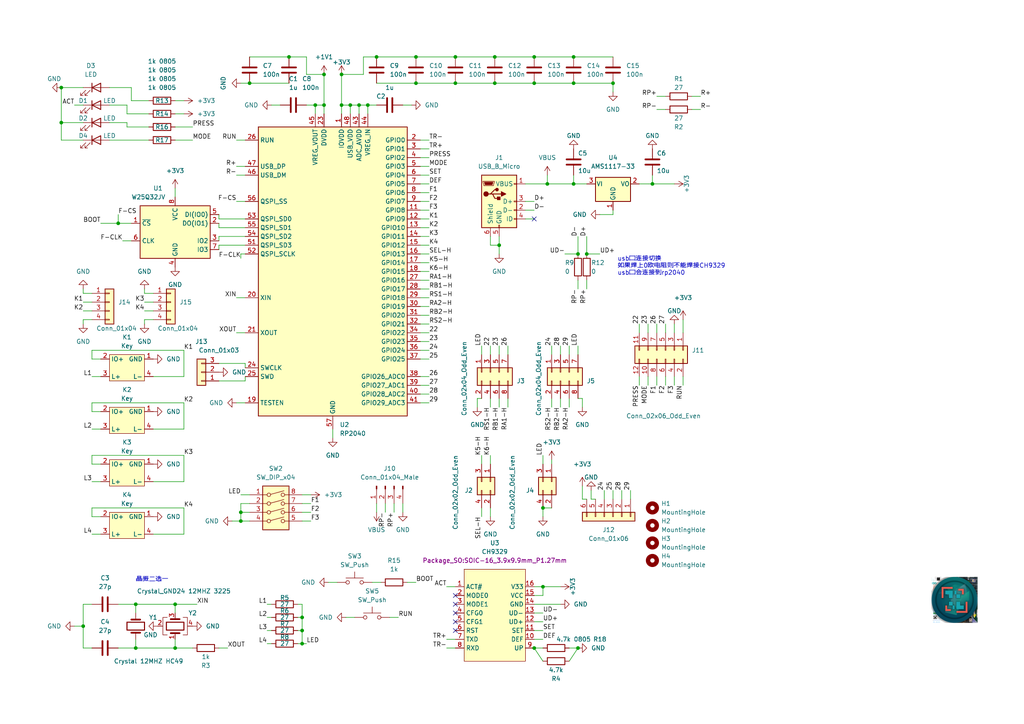
<source format=kicad_sch>
(kicad_sch (version 20211123) (generator eeschema)
  (paper "A4")
  (title_block (title "RKD-MicroUSB") (date "2023-01-30") (rev "35") (company "PCX-LK") (comment 1 "https://github.com/PCX-LK/RKD"))
  (junction (at 167.64 187.96))
  (junction (at 154.94 16.51))
  (junction (at 99.06 30.48))
  (junction (at 166.37 16.51))
  (junction (at 109.22 16.51))
  (junction (at 166.37 24.13))
  (junction (at 157.48 170.18))
  (junction (at 83.82 16.51))
  (junction (at 91.44 30.48))
  (junction (at 120.65 16.51))
  (junction (at 24.13 181.61))
  (junction (at 189.23 53.34))
  (junction (at 93.98 30.48))
  (junction (at 170.18 73.66))
  (junction (at 177.8 24.13))
  (junction (at 39.37 175.26))
  (junction (at 93.98 21.59))
  (junction (at 69.85 151.13))
  (junction (at 104.14 30.48))
  (junction (at 17.78 25.4))
  (junction (at 143.51 16.51))
  (junction (at 69.85 148.59))
  (junction (at 143.51 24.13))
  (junction (at 167.64 73.66))
  (junction (at 166.37 53.34))
  (junction (at 132.08 16.51))
  (junction (at 158.75 53.34))
  (junction (at 87.63 186.69))
  (junction (at 72.39 24.13))
  (junction (at 87.63 179.07))
  (junction (at 99.06 21.59))
  (junction (at 87.63 182.88))
  (junction (at 154.94 187.96))
  (junction (at 106.68 30.48))
  (junction (at 132.08 24.13))
  (junction (at 34.29 64.77))
  (junction (at 17.78 35.56))
  (junction (at 157.48 147.32))
  (junction (at 50.8 175.26))
  (junction (at 101.6 30.48))
  (junction (at 154.94 24.13))
  (junction (at 120.65 24.13))
  (junction (at 144.78 71.12))
  (junction (at 50.8 187.96))
  (junction (at 39.37 187.96))
  (no_connect (at 132.08 180.34))
  (no_connect (at 132.08 172.72))
  (no_connect (at 132.08 175.26))
  (no_connect (at 132.08 177.8))
  (no_connect (at 154.94 63.5))
  (no_connect (at 132.08 182.88))
  (wire (pts (xy 172.72 144.78) (xy 171.45 144.78)))
  (wire (pts (xy 29.21 149.86) (xy 26.67 149.86)))
  (wire (pts (xy 139.7 132.08) (xy 139.7 134.62)))
  (wire (pts (xy 109.22 146.05) (xy 109.22 148.59)))
  (wire (pts (xy 77.47 186.69) (xy 78.74 186.69)))
  (wire (pts (xy 144.78 115.57) (xy 144.78 118.11)))
  (wire (pts (xy 63.5 64.77) (xy 63.5 66.04)))
  (wire (pts (xy 121.92 60.96) (xy 124.46 60.96)))
  (wire (pts (xy 121.92 88.9) (xy 124.46 88.9)))
  (wire (pts (xy 143.51 16.51) (xy 154.94 16.51)))
  (wire (pts (xy 72.39 24.13) (xy 83.82 24.13)))
  (wire (pts (xy 87.63 143.51) (xy 90.17 143.51)))
  (wire (pts (xy 109.22 16.51) (xy 120.65 16.51)))
  (wire (pts (xy 166.37 24.13) (xy 177.8 24.13)))
  (wire (pts (xy 26.67 85.09) (xy 24.13 85.09)))
  (wire (pts (xy 26.67 104.14) (xy 26.67 101.6)))
  (wire (pts (xy 88.9 21.59) (xy 93.98 21.59)))
  (wire (pts (xy 63.5 105.41) (xy 71.12 105.41)))
  (wire (pts (xy 50.8 187.96) (xy 55.88 187.96)))
  (wire (pts (xy 177.8 62.23) (xy 173.99 62.23)))
  (wire (pts (xy 144.78 68.58) (xy 144.78 71.12)))
  (wire (pts (xy 86.36 182.88) (xy 87.63 182.88)))
  (wire (pts (xy 36.83 33.02) (xy 43.18 33.02)))
  (wire (pts (xy 53.34 154.94) (xy 44.45 154.94)))
  (wire (pts (xy 63.5 71.12) (xy 71.12 71.12)))
  (wire (pts (xy 67.31 151.13) (xy 69.85 151.13)))
  (wire (pts (xy 87.63 182.88) (xy 87.63 179.07)))
  (wire (pts (xy 36.83 30.48) (xy 36.83 33.02)))
  (wire (pts (xy 142.24 149.86) (xy 142.24 147.32)))
  (wire (pts (xy 121.92 71.12) (xy 124.46 71.12)))
  (wire (pts (xy 144.78 71.12) (xy 144.78 73.66)))
  (wire (pts (xy 166.37 16.51) (xy 177.8 16.51)))
  (wire (pts (xy 195.58 109.22) (xy 195.58 111.76)))
  (wire (pts (xy 154.94 177.8) (xy 157.48 177.8)))
  (wire (pts (xy 63.5 63.5) (xy 71.12 63.5)))
  (wire (pts (xy 68.58 86.36) (xy 71.12 86.36)))
  (wire (pts (xy 142.24 100.33) (xy 142.24 102.87)))
  (wire (pts (xy 109.22 30.48) (xy 106.68 30.48)))
  (wire (pts (xy 99.06 21.59) (xy 105.41 21.59)))
  (wire (pts (xy 17.78 40.64) (xy 24.13 40.64)))
  (wire (pts (xy 114.3 146.05) (xy 114.3 148.59)))
  (wire (pts (xy 53.34 101.6) (xy 53.34 109.22)))
  (wire (pts (xy 50.8 175.26) (xy 57.15 175.26)))
  (wire (pts (xy 53.34 132.08) (xy 53.34 139.7)))
  (wire (pts (xy 189.23 50.8) (xy 189.23 53.34)))
  (wire (pts (xy 105.41 21.59) (xy 105.41 16.51)))
  (wire (pts (xy 29.21 139.7) (xy 26.67 139.7)))
  (wire (pts (xy 157.48 147.32) (xy 160.02 147.32)))
  (wire (pts (xy 162.56 100.33) (xy 162.56 102.87)))
  (wire (pts (xy 29.21 109.22) (xy 26.67 109.22)))
  (wire (pts (xy 120.65 16.51) (xy 132.08 16.51)))
  (wire (pts (xy 147.32 100.33) (xy 147.32 102.87)))
  (wire (pts (xy 39.37 187.96) (xy 39.37 185.42)))
  (wire (pts (xy 162.56 170.18) (xy 157.48 170.18)))
  (wire (pts (xy 71.12 68.58) (xy 63.5 68.58)))
  (wire (pts (xy 29.21 134.62) (xy 26.67 134.62)))
  (wire (pts (xy 158.75 50.8) (xy 158.75 53.34)))
  (wire (pts (xy 71.12 73.66) (xy 69.85 73.66)))
  (wire (pts (xy 147.32 115.57) (xy 147.32 118.11)))
  (wire (pts (xy 17.78 35.56) (xy 17.78 40.64)))
  (wire (pts (xy 180.34 142.24) (xy 180.34 144.78)))
  (wire (pts (xy 63.5 187.96) (xy 66.04 187.96)))
  (wire (pts (xy 68.58 40.64) (xy 71.12 40.64)))
  (wire (pts (xy 86.36 175.26) (xy 87.63 175.26)))
  (wire (pts (xy 177.8 62.23) (xy 177.8 60.96)))
  (wire (pts (xy 182.88 142.24) (xy 182.88 144.78)))
  (wire (pts (xy 198.12 92.71) (xy 198.12 96.52)))
  (wire (pts (xy 26.67 92.71) (xy 24.13 92.71)))
  (wire (pts (xy 121.92 58.42) (xy 124.46 58.42)))
  (wire (pts (xy 162.56 115.57) (xy 162.56 118.11)))
  (wire (pts (xy 50.8 54.61) (xy 50.8 57.15)))
  (wire (pts (xy 121.92 48.26) (xy 124.46 48.26)))
  (wire (pts (xy 41.91 90.17) (xy 44.45 90.17)))
  (wire (pts (xy 152.4 60.96) (xy 154.94 60.96)))
  (wire (pts (xy 170.18 81.28) (xy 170.18 83.82)))
  (wire (pts (xy 106.68 30.48) (xy 106.68 33.02)))
  (wire (pts (xy 152.4 63.5) (xy 154.94 63.5)))
  (wire (pts (xy 41.91 92.71) (xy 41.91 93.98)))
  (wire (pts (xy 50.8 33.02) (xy 53.34 33.02)))
  (wire (pts (xy 83.82 16.51) (xy 88.9 16.51)))
  (wire (pts (xy 24.13 85.09) (xy 24.13 83.82)))
  (wire (pts (xy 111.76 146.05) (xy 111.76 148.59)))
  (wire (pts (xy 87.63 148.59) (xy 90.17 148.59)))
  (wire (pts (xy 63.5 66.04) (xy 71.12 66.04)))
  (wire (pts (xy 142.24 132.08) (xy 142.24 134.62)))
  (wire (pts (xy 44.45 92.71) (xy 41.91 92.71)))
  (wire (pts (xy 99.06 21.59) (xy 99.06 30.48)))
  (wire (pts (xy 69.85 146.05) (xy 69.85 148.59)))
  (wire (pts (xy 88.9 16.51) (xy 88.9 21.59)))
  (wire (pts (xy 87.63 175.26) (xy 87.63 179.07)))
  (wire (pts (xy 171.45 144.78) (xy 171.45 142.24)))
  (wire (pts (xy 26.67 119.38) (xy 26.67 116.84)))
  (wire (pts (xy 36.83 35.56) (xy 36.83 36.83)))
  (wire (pts (xy 104.14 30.48) (xy 106.68 30.48)))
  (wire (pts (xy 69.85 151.13) (xy 72.39 151.13)))
  (wire (pts (xy 24.13 30.48) (xy 21.59 30.48)))
  (wire (pts (xy 116.84 146.05) (xy 116.84 148.59)))
  (wire (pts (xy 121.92 116.84) (xy 124.46 116.84)))
  (wire (pts (xy 107.95 168.91) (xy 110.49 168.91)))
  (wire (pts (xy 121.92 55.88) (xy 124.46 55.88)))
  (wire (pts (xy 39.37 187.96) (xy 50.8 187.96)))
  (wire (pts (xy 87.63 186.69) (xy 88.9 186.69)))
  (wire (pts (xy 53.34 29.21) (xy 50.8 29.21)))
  (wire (pts (xy 121.92 45.72) (xy 124.46 45.72)))
  (wire (pts (xy 121.92 111.76) (xy 124.46 111.76)))
  (wire (pts (xy 63.5 63.5) (xy 63.5 62.23)))
  (wire (pts (xy 158.75 53.34) (xy 166.37 53.34)))
  (wire (pts (xy 154.94 175.26) (xy 162.56 175.26)))
  (wire (pts (xy 121.92 81.28) (xy 124.46 81.28)))
  (wire (pts (xy 168.91 140.97) (xy 168.91 144.78)))
  (wire (pts (xy 78.74 30.48) (xy 81.28 30.48)))
  (wire (pts (xy 69.85 73.66) (xy 69.85 74.93)))
  (wire (pts (xy 41.91 87.63) (xy 44.45 87.63)))
  (wire (pts (xy 17.78 35.56) (xy 24.13 35.56)))
  (wire (pts (xy 170.18 73.66) (xy 173.99 73.66)))
  (wire (pts (xy 53.34 139.7) (xy 44.45 139.7)))
  (wire (pts (xy 69.85 24.13) (xy 72.39 24.13)))
  (wire (pts (xy 93.98 21.59) (xy 93.98 30.48)))
  (wire (pts (xy 198.12 109.22) (xy 198.12 111.76)))
  (wire (pts (xy 26.67 101.6) (xy 53.34 101.6)))
  (wire (pts (xy 86.36 179.07) (xy 87.63 179.07)))
  (wire (pts (xy 129.54 170.18) (xy 132.08 170.18)))
  (wire (pts (xy 154.94 170.18) (xy 157.48 170.18)))
  (wire (pts (xy 190.5 109.22) (xy 190.5 111.76)))
  (wire (pts (xy 121.92 91.44) (xy 124.46 91.44)))
  (wire (pts (xy 157.48 149.86) (xy 157.48 147.32)))
  (wire (pts (xy 50.8 40.64) (xy 55.88 40.64)))
  (wire (pts (xy 29.21 64.77) (xy 34.29 64.77)))
  (wire (pts (xy 29.21 154.94) (xy 26.67 154.94)))
  (wire (pts (xy 129.54 185.42) (xy 132.08 185.42)))
  (wire (pts (xy 50.8 175.26) (xy 50.8 177.8)))
  (wire (pts (xy 71.12 109.22) (xy 71.12 110.49)))
  (wire (pts (xy 105.41 16.51) (xy 109.22 16.51)))
  (wire (pts (xy 200.66 27.94) (xy 203.2 27.94)))
  (wire (pts (xy 71.12 105.41) (xy 71.12 106.68)))
  (wire (pts (xy 96.52 124.46) (xy 96.52 127)))
  (wire (pts (xy 24.13 90.17) (xy 26.67 90.17)))
  (wire (pts (xy 132.08 24.13) (xy 143.51 24.13)))
  (wire (pts (xy 143.51 24.13) (xy 154.94 24.13)))
  (wire (pts (xy 104.14 30.48) (xy 104.14 33.02)))
  (wire (pts (xy 157.48 182.88) (xy 154.94 182.88)))
  (wire (pts (xy 185.42 93.98) (xy 185.42 96.52)))
  (wire (pts (xy 189.23 53.34) (xy 185.42 53.34)))
  (wire (pts (xy 129.54 187.96) (xy 132.08 187.96)))
  (wire (pts (xy 160.02 115.57) (xy 160.02 118.11)))
  (wire (pts (xy 101.6 30.48) (xy 104.14 30.48)))
  (wire (pts (xy 53.34 124.46) (xy 44.45 124.46)))
  (wire (pts (xy 165.1 115.57) (xy 165.1 118.11)))
  (wire (pts (xy 109.22 24.13) (xy 120.65 24.13)))
  (wire (pts (xy 31.75 30.48) (xy 36.83 30.48)))
  (wire (pts (xy 121.92 63.5) (xy 124.46 63.5)))
  (wire (pts (xy 154.94 187.96) (xy 157.48 191.77)))
  (wire (pts (xy 121.92 78.74) (xy 124.46 78.74)))
  (wire (pts (xy 121.92 99.06) (xy 124.46 99.06)))
  (wire (pts (xy 39.37 175.26) (xy 50.8 175.26)))
  (wire (pts (xy 157.48 132.08) (xy 157.48 134.62)))
  (wire (pts (xy 193.04 109.22) (xy 193.04 111.76)))
  (wire (pts (xy 63.5 72.39) (xy 63.5 71.12)))
  (wire (pts (xy 88.9 30.48) (xy 91.44 30.48)))
  (wire (pts (xy 165.1 191.77) (xy 167.64 187.96)))
  (wire (pts (xy 17.78 25.4) (xy 17.78 35.56)))
  (wire (pts (xy 87.63 146.05) (xy 90.17 146.05)))
  (wire (pts (xy 38.1 29.21) (xy 38.1 25.4)))
  (wire (pts (xy 177.8 142.24) (xy 177.8 144.78)))
  (wire (pts (xy 99.06 30.48) (xy 101.6 30.48)))
  (wire (pts (xy 200.66 31.75) (xy 203.2 31.75)))
  (wire (pts (xy 160.02 133.35) (xy 160.02 134.62)))
  (wire (pts (xy 121.92 83.82) (xy 124.46 83.82)))
  (wire (pts (xy 68.58 50.8) (xy 71.12 50.8)))
  (wire (pts (xy 154.94 187.96) (xy 157.48 187.96)))
  (wire (pts (xy 154.94 16.51) (xy 166.37 16.51)))
  (wire (pts (xy 177.8 24.13) (xy 177.8 26.67)))
  (wire (pts (xy 69.85 148.59) (xy 72.39 148.59)))
  (wire (pts (xy 154.94 185.42) (xy 157.48 185.42)))
  (wire (pts (xy 139.7 100.33) (xy 139.7 102.87)))
  (wire (pts (xy 24.13 175.26) (xy 24.13 181.61)))
  (wire (pts (xy 26.67 149.86) (xy 26.67 147.32)))
  (wire (pts (xy 163.83 73.66) (xy 167.64 73.66)))
  (wire (pts (xy 121.92 68.58) (xy 124.46 68.58)))
  (wire (pts (xy 187.96 93.98) (xy 187.96 96.52)))
  (wire (pts (xy 154.94 172.72) (xy 157.48 172.72)))
  (wire (pts (xy 26.67 175.26) (xy 24.13 175.26)))
  (wire (pts (xy 69.85 148.59) (xy 69.85 151.13)))
  (wire (pts (xy 121.92 101.6) (xy 124.46 101.6)))
  (wire (pts (xy 165.1 100.33) (xy 165.1 102.87)))
  (wire (pts (xy 113.03 179.07) (xy 115.57 179.07)))
  (wire (pts (xy 121.92 73.66) (xy 124.46 73.66)))
  (wire (pts (xy 31.75 35.56) (xy 36.83 35.56)))
  (wire (pts (xy 17.78 25.4) (xy 24.13 25.4)))
  (wire (pts (xy 39.37 175.26) (xy 39.37 177.8)))
  (wire (pts (xy 168.91 115.57) (xy 168.91 118.11)))
  (wire (pts (xy 132.08 16.51) (xy 143.51 16.51)))
  (wire (pts (xy 72.39 16.51) (xy 83.82 16.51)))
  (wire (pts (xy 170.18 68.58) (xy 170.18 73.66)))
  (wire (pts (xy 77.47 179.07) (xy 78.74 179.07)))
  (wire (pts (xy 34.29 64.77) (xy 38.1 64.77)))
  (wire (pts (xy 68.58 96.52) (xy 71.12 96.52)))
  (wire (pts (xy 167.64 68.58) (xy 167.64 73.66)))
  (wire (pts (xy 91.44 30.48) (xy 91.44 33.02)))
  (wire (pts (xy 99.06 33.02) (xy 99.06 30.48)))
  (wire (pts (xy 142.24 115.57) (xy 142.24 118.11)))
  (wire (pts (xy 36.83 36.83) (xy 43.18 36.83)))
  (wire (pts (xy 41.91 83.82) (xy 41.91 85.09)))
  (wire (pts (xy 87.63 186.69) (xy 87.63 182.88)))
  (wire (pts (xy 167.64 81.28) (xy 167.64 83.82)))
  (wire (pts (xy 26.67 147.32) (xy 53.34 147.32)))
  (wire (pts (xy 95.25 168.91) (xy 97.79 168.91)))
  (wire (pts (xy 53.34 116.84) (xy 53.34 124.46)))
  (wire (pts (xy 121.92 43.18) (xy 124.46 43.18)))
  (wire (pts (xy 69.85 146.05) (xy 72.39 146.05)))
  (wire (pts (xy 21.59 181.61) (xy 24.13 181.61)))
  (wire (pts (xy 167.64 115.57) (xy 168.91 115.57)))
  (wire (pts (xy 77.47 175.26) (xy 78.74 175.26)))
  (wire (pts (xy 63.5 110.49) (xy 71.12 110.49)))
  (wire (pts (xy 139.7 115.57) (xy 138.43 115.57)))
  (wire (pts (xy 86.36 186.69) (xy 87.63 186.69)))
  (wire (pts (xy 121.92 93.98) (xy 124.46 93.98)))
  (wire (pts (xy 121.92 76.2) (xy 124.46 76.2)))
  (wire (pts (xy 34.29 62.23) (xy 34.29 64.77)))
  (wire (pts (xy 142.24 71.12) (xy 144.78 71.12)))
  (wire (pts (xy 120.65 24.13) (xy 132.08 24.13)))
  (wire (pts (xy 34.29 187.96) (xy 39.37 187.96)))
  (wire (pts (xy 35.56 69.85) (xy 38.1 69.85)))
  (wire (pts (xy 121.92 40.64) (xy 124.46 40.64)))
  (wire (pts (xy 77.47 182.88) (xy 78.74 182.88)))
  (wire (pts (xy 53.34 147.32) (xy 53.34 154.94)))
  (wire (pts (xy 139.7 149.86) (xy 139.7 147.32)))
  (wire (pts (xy 142.24 68.58) (xy 142.24 71.12)))
  (wire (pts (xy 187.96 109.22) (xy 187.96 111.76)))
  (wire (pts (xy 154.94 24.13) (xy 166.37 24.13)))
  (wire (pts (xy 154.94 180.34) (xy 157.48 180.34)))
  (wire (pts (xy 121.92 50.8) (xy 124.46 50.8)))
  (wire (pts (xy 43.18 29.21) (xy 38.1 29.21)))
  (wire (pts (xy 29.21 119.38) (xy 26.67 119.38)))
  (wire (pts (xy 69.85 143.51) (xy 72.39 143.51)))
  (wire (pts (xy 157.48 172.72) (xy 157.48 170.18)))
  (wire (pts (xy 185.42 109.22) (xy 185.42 111.76)))
  (wire (pts (xy 189.23 53.34) (xy 195.58 53.34)))
  (wire (pts (xy 29.21 104.14) (xy 26.67 104.14)))
  (wire (pts (xy 50.8 36.83) (xy 55.88 36.83)))
  (wire (pts (xy 190.5 31.75) (xy 193.04 31.75)))
  (wire (pts (xy 121.92 109.22) (xy 124.46 109.22)))
  (wire (pts (xy 24.13 87.63) (xy 26.67 87.63)))
  (wire (pts (xy 63.5 68.58) (xy 63.5 69.85)))
  (wire (pts (xy 168.91 144.78) (xy 170.18 144.78)))
  (wire (pts (xy 144.78 100.33) (xy 144.78 102.87)))
  (wire (pts (xy 118.11 168.91) (xy 120.65 168.91)))
  (wire (pts (xy 24.13 181.61) (xy 24.13 187.96)))
  (wire (pts (xy 31.75 25.4) (xy 38.1 25.4)))
  (wire (pts (xy 24.13 92.71) (xy 24.13 93.98)))
  (wire (pts (xy 166.37 50.8) (xy 166.37 53.34)))
  (wire (pts (xy 193.04 93.98) (xy 193.04 96.52)))
  (wire (pts (xy 190.5 27.94) (xy 193.04 27.94)))
  (wire (pts (xy 190.5 93.98) (xy 190.5 96.52)))
  (wire (pts (xy 165.1 187.96) (xy 167.64 187.96)))
  (wire (pts (xy 121.92 114.3) (xy 124.46 114.3)))
  (wire (pts (xy 195.58 93.98) (xy 195.58 96.52)))
  (wire (pts (xy 166.37 53.34) (xy 170.18 53.34)))
  (wire (pts (xy 93.98 33.02) (xy 93.98 30.48)))
  (wire (pts (xy 160.02 100.33) (xy 160.02 102.87)))
  (wire (pts (xy 34.29 175.26) (xy 39.37 175.26)))
  (wire (pts (xy 121.92 66.04) (xy 124.46 66.04)))
  (wire (pts (xy 116.84 30.48) (xy 119.38 30.48)))
  (wire (pts (xy 101.6 30.48) (xy 101.6 33.02)))
  (wire (pts (xy 68.58 48.26) (xy 71.12 48.26)))
  (wire (pts (xy 50.8 185.42) (xy 50.8 187.96)))
  (wire (pts (xy 138.43 115.57) (xy 138.43 118.11)))
  (wire (pts (xy 152.4 58.42) (xy 154.94 58.42)))
  (wire (pts (xy 68.58 116.84) (xy 71.12 116.84)))
  (wire (pts (xy 93.98 30.48) (xy 91.44 30.48)))
  (wire (pts (xy 41.91 85.09) (xy 44.45 85.09)))
  (wire (pts (xy 121.92 96.52) (xy 124.46 96.52)))
  (wire (pts (xy 87.63 151.13) (xy 90.17 151.13)))
  (wire (pts (xy 26.67 132.08) (xy 53.34 132.08)))
  (wire (pts (xy 26.67 134.62) (xy 26.67 132.08)))
  (wire (pts (xy 31.75 40.64) (xy 43.18 40.64)))
  (wire (pts (xy 29.21 124.46) (xy 26.67 124.46)))
  (wire (pts (xy 167.64 100.33) (xy 167.64 102.87)))
  (wire (pts (xy 26.67 116.84) (xy 53.34 116.84)))
  (wire (pts (xy 121.92 104.14) (xy 124.46 104.14)))
  (wire (pts (xy 68.58 58.42) (xy 71.12 58.42)))
  (wire (pts (xy 152.4 53.34) (xy 158.75 53.34)))
  (wire (pts (xy 121.92 53.34) (xy 124.46 53.34)))
  (wire (pts (xy 24.13 187.96) (xy 26.67 187.96)))
  (wire (pts (xy 100.33 179.07) (xy 102.87 179.07)))
  (wire (pts (xy 121.92 86.36) (xy 124.46 86.36)))
  (wire (pts (xy 175.26 142.24) (xy 175.26 144.78)))
  (wire (pts (xy 53.34 109.22) (xy 44.45 109.22)))
  (image (at 276.86 173.99) (scale 0.145832))
  (text "usb口连接切换\n如果焊上0欧电阻则不能焊接CH9329\nusb口会连接到rp2040" (at 179.07 80.01 0) (effects (font (size 1.27 1.27)) (justify left bottom)))
  (text "晶振二选一" (at 39.37 168.91 0) (effects (font (size 1.27 1.27)) (justify left bottom)))
  (label "RUN" (at 68.58 40.64 180))
  (label "22" (at 142.24 100.33 90))
  (label "L3" (at 77.47 182.88 180))
  (label "R-" (at 203.2 31.75 0))
  (label "24" (at 175.26 142.24 90))
  (label "BOOT" (at 29.21 64.77 180))
  (label "RB2-H" (at 162.56 118.11 270))
  (label "29" (at 165.1 100.33 90))
  (label "UD+" (at 173.99 73.66 0))
  (label "PRESS" (at 55.88 36.83 0))
  (label "RS2-H" (at 160.02 118.11 270))
  (label "K4" (at 41.91 90.17 180))
  (label "F1" (at 124.46 55.88 0))
  (label "RP+" (at 190.5 27.94 180))
  (label "22" (at 185.42 93.98 90))
  (label "25" (at 124.46 104.14 0))
  (label "R-" (at 68.58 50.8 180))
  (label "RA2-H" (at 124.46 88.9 0))
  (label "K6-H" (at 142.24 132.08 90))
  (label "RA1-H" (at 124.46 81.28 0))
  (label "F1" (at 90.17 146.05 0))
  (label "K2" (at 124.46 66.04 0))
  (label "27" (at 193.04 93.98 90))
  (label "L2" (at 77.47 179.07 180))
  (label "PRESS" (at 124.46 45.72 0))
  (label "RP-" (at 111.76 148.59 270))
  (label "28" (at 162.56 100.33 90))
  (label "RP+" (at 170.18 83.82 270))
  (label "UD-" (at 163.83 73.66 180))
  (label "LED" (at 88.9 186.69 0))
  (label "RP+" (at 114.3 148.59 270))
  (label "24" (at 160.02 100.33 90))
  (label "TR+" (at 124.46 43.18 0))
  (label "22" (at 124.46 96.52 0))
  (label "RB1-H" (at 124.46 83.82 0))
  (label "F-CS" (at 68.58 58.42 180))
  (label "RA1-H" (at 147.32 118.11 270))
  (label "BOOT" (at 120.65 168.91 0))
  (label "28" (at 124.46 114.3 0))
  (label "LED" (at 139.7 100.33 90))
  (label "K4" (at 53.34 147.32 0))
  (label "UD+" (at 157.48 180.34 0))
  (label "R+" (at 203.2 27.94 0))
  (label "XOUT" (at 68.58 96.52 180))
  (label "K3" (at 53.34 132.08 0))
  (label "26" (at 124.46 109.22 0))
  (label "F3" (at 124.46 60.96 0))
  (label "K5-H" (at 139.7 132.08 90))
  (label "RB1-H" (at 144.78 118.11 270))
  (label "K3" (at 41.91 87.63 180))
  (label "24" (at 124.46 101.6 0))
  (label "PRESS" (at 185.42 111.76 270))
  (label "RS1-H" (at 142.24 118.11 270))
  (label "SEL-H" (at 139.7 149.86 270))
  (label "L3" (at 26.67 139.7 180))
  (label "28" (at 180.34 142.24 90))
  (label "L4" (at 26.67 154.94 180))
  (label "27" (at 124.46 111.76 0))
  (label "F-CLK" (at 69.85 74.93 180))
  (label "29" (at 182.88 142.24 90))
  (label "23" (at 144.78 100.33 90))
  (label "XIN" (at 57.15 175.26 0))
  (label "K2" (at 53.34 116.84 0))
  (label "25" (at 177.8 142.24 90))
  (label "D+" (at 154.94 58.42 0))
  (label "DEF" (at 124.46 53.34 0))
  (label "K4" (at 124.46 71.12 0))
  (label "R+" (at 68.58 48.26 180))
  (label "F1" (at 190.5 111.76 270))
  (label "RS1-H" (at 124.46 86.36 0))
  (label "MODE" (at 187.96 111.76 270))
  (label "LED" (at 167.64 100.33 90))
  (label "SET" (at 157.48 182.88 0))
  (label "UD-" (at 157.48 177.8 0))
  (label "K1" (at 124.46 63.5 0))
  (label "F-CLK" (at 35.56 69.85 180))
  (label "26" (at 147.32 100.33 90))
  (label "SEL-H" (at 124.46 73.66 0))
  (label "DEF" (at 157.48 185.42 0))
  (label "TR-" (at 129.54 187.96 180))
  (label "23" (at 187.96 93.98 90))
  (label "XOUT" (at 66.04 187.96 0))
  (label "F-CS" (at 34.29 62.23 0))
  (label "MODE" (at 124.46 48.26 0))
  (label "F2" (at 193.04 111.76 270))
  (label "K5-H" (at 124.46 76.2 0))
  (label "F3" (at 195.58 111.76 270))
  (label "F2" (at 124.46 58.42 0))
  (label "MODE" (at 55.88 40.64 0))
  (label "K3" (at 124.46 68.58 0))
  (label "K2" (at 24.13 90.17 180))
  (label "ACT" (at 129.54 170.18 180))
  (label "RS2-H" (at 124.46 93.98 0))
  (label "D-" (at 154.94 60.96 0))
  (label "TR-" (at 124.46 40.64 0))
  (label "RP-" (at 190.5 31.75 180))
  (label "29" (at 124.46 116.84 0))
  (label "SET" (at 124.46 50.8 0))
  (label "L1" (at 26.67 109.22 180))
  (label "F3" (at 90.17 151.13 0))
  (label "RP-" (at 167.64 83.82 270))
  (label "K1" (at 24.13 87.63 180))
  (label "L2" (at 26.67 124.46 180))
  (label "RB2-H" (at 124.46 91.44 0))
  (label "23" (at 124.46 99.06 0))
  (label "K6-H" (at 124.46 78.74 0))
  (label "D+" (at 170.18 68.58 90))
  (label "L1" (at 77.47 175.26 180))
  (label "LED" (at 157.48 132.08 90))
  (label "D-" (at 167.64 68.58 90))
  (label "F2" (at 90.17 148.59 0))
  (label "L4" (at 77.47 186.69 180))
  (label "RUN" (at 115.57 179.07 0))
  (label "XIN" (at 68.58 86.36 180))
  (label "26" (at 190.5 93.98 90))
  (label "LED" (at 69.85 143.51 180))
  (label "RA2-H" (at 165.1 118.11 270))
  (label "TR+" (at 129.54 185.42 180))
  (label "RUN" (at 198.12 111.76 270))
  (label "K1" (at 53.34 101.6 0))
  (label "ACT" (at 21.59 30.48 180))
  (symbol (lib_id "Device:R") (at 196.85 31.75 270) (unit 1)
    (property "Reference" "R2" (at 196.85 36.83 90))
    (property "Value" "27" (at 196.85 34.29 90))
    (property "Footprint" "Resistor_SMD:R_0805_2012Metric" (effects hide))
  )
  (symbol (lib_id "power:+1V1") (at 93.98 21.59 0) (unit 1)
    (property "Reference" "#PWR0109" (effects hide))
    (property "Value" "+1V1" (at 93.98 16.51 0))
  )
  (symbol (lib_id "power:+3V3") (at 53.34 29.21 270) (unit 1)
    (property "Reference" "#PWR04" (effects hide))
    (property "Value" "+3V3" (at 57.15 29.2101 90) (effects (justify left)))
  )
  (symbol (lib_id "power:GND") (at 44.45 149.86 90) (mirror x) (unit 1)
    (property "Reference" "#PWR0128" (effects hide))
    (property "Value" "GND" (at 48.26 149.8599 90) (effects (justify right)))
  )
  (symbol (lib_id "power:GND") (at 167.64 187.96 90) (unit 1)
    (property "Reference" "#PWR0114" (effects hide))
    (property "Value" "GND" (at 171.45 187.9599 90) (effects (justify right)))
  )
  (symbol (lib_id "Device:R") (at 46.99 29.21 90) (unit 1)
    (property "Reference" "R13" (at 46.99 29.21 90))
    (property "Value" "1k 0805" (at 46.99 17.78 90))
    (property "Footprint" "Resistor_SMD:R_0805_2012Metric" (effects hide))
  )
  (symbol (lib_id "Connector:USB_B_Micro") (at 144.78 58.42 0) (unit 1)
    (property "Reference" "J1" (at 144.78 45.72 0))
    (property "Value" "USB_B_Micro" (at 144.78 48.26 0))
    (property "Footprint" "foot:MICRO-USB-SMD_MICRO-4P-DIP-JB" (effects hide))
  )
  (symbol (lib_id "Device:C") (at 83.82 20.32 180) (unit 1)
    (property "Reference" "C8" (at 87.63 22.86 0) (effects (justify right)))
    (property "Value" "100n" (at 87.63 25.4 0) (effects (justify right)))
    (property "Footprint" "Capacitor_SMD:C_0805_2012Metric" (effects hide))
  )
  (symbol (lib_id "Switch:SW_Push") (at 107.95 179.07 0) (unit 1)
    (property "Reference" "SW5" (at 107.95 171.45 0))
    (property "Value" "SW_Push" (at 107.95 173.99 0))
    (property "Footprint" "Button_Switch_SMD:SW_Push_1P1T_NO_6x6mm_H9.5mm" (effects hide))
  )
  (symbol (lib_id "Device:R") (at 114.3 168.91 90) (unit 1)
    (property "Reference" "R15" (at 114.3 162.56 90))
    (property "Value" "1k" (at 114.3 165.1 90))
    (property "Footprint" "Resistor_SMD:R_0805_2012Metric" (effects hide))
  )
  (symbol (lib_id "Mechanical:MountingHole") (at 189.23 147.32 0) (unit 1)
    (property "Reference" "H1" (at 191.77 146.0499 0) (effects (justify left)))
    (property "Value" "MountingHole" (at 191.77 148.5899 0) (effects (justify left)))
    (property "Footprint" "foot:HO" (effects hide))
  )
  (symbol (lib_id "power:GND") (at 95.25 168.91 270) (unit 1)
    (property "Reference" "#PWR0141" (effects hide))
    (property "Value" "GND" (at 91.44 168.9099 90) (effects (justify right)))
  )
  (symbol (lib_id "Connector_Generic:Conn_01x06") (at 177.8 149.86 270) (unit 1)
    (property "Reference" "J12" (at 176.53 153.67 90))
    (property "Value" "Conn_01x06" (at 176.53 156.21 90))
    (property "Footprint" "Connector_PinHeader_2.54mm:PinHeader_1x06_P2.54mm_Vertical" (effects hide))
  )
  (symbol (lib_id "power:+3V3") (at 99.06 21.59 0) (unit 1)
    (property "Reference" "#PWR0110" (effects hide))
    (property "Value" "+3V3" (at 99.06 18.034 0))
  )
  (symbol (lib_name "Key_3") (lib_id "Key:Key") (at 36.83 152.4 0) (unit 1)
    (property "Reference" "K4" (at 36.83 143.51 0))
    (property "Value" "Key" (at 36.83 146.05 0))
    (property "Footprint" "foot:Key" (effects hide))
  )
  (symbol (lib_id "Device:C") (at 30.48 175.26 90) (unit 1)
    (property "Reference" "C3" (at 30.48 167.64 90))
    (property "Value" "27p" (at 30.48 170.18 90))
    (property "Footprint" "Capacitor_SMD:C_0805_2012Metric" (effects hide))
  )
  (symbol (lib_id "power:GND") (at 50.8 77.47 0) (unit 1)
    (property "Reference" "#PWR0107" (effects hide))
    (property "Value" "GND" (at 50.8 82.55 0))
  )
  (symbol (lib_id "Device:C") (at 109.22 20.32 0) (unit 1)
    (property "Reference" "C9" (at 113.03 19.0499 0) (effects (justify left)))
    (property "Value" "100n" (at 113.03 21.5899 0) (effects (justify left)))
    (property "Footprint" "Capacitor_SMD:C_0805_2012Metric" (effects hide))
  )
  (symbol (lib_id "power:GND") (at 166.37 43.18 0) (mirror x) (unit 1)
    (property "Reference" "#PWR0102" (effects hide))
    (property "Value" "GND" (at 166.37 39.37 0))
  )
  (symbol (lib_id "power:+3V3") (at 160.02 133.35 0) (mirror y) (unit 1)
    (property "Reference" "#PWR0129" (effects hide))
    (property "Value" "+3V3" (at 160.02 128.27 0))
  )
  (symbol (lib_id "power:+3V3") (at 53.34 33.02 270) (unit 1)
    (property "Reference" "#PWR0122" (effects hide))
    (property "Value" "+3V3" (at 57.15 33.0201 90) (effects (justify left)))
  )
  (symbol (lib_id "Device:LED") (at 27.94 30.48 0) (unit 1)
    (property "Reference" "D1" (at 24.13 29.21 0))
    (property "Value" "LED" (at 31.75 29.21 0))
    (property "Footprint" "foot:L1206" (effects hide))
  )
  (symbol (lib_name "Key_3") (lib_id "Key:Key") (at 36.83 137.16 0) (unit 1)
    (property "Reference" "K3" (at 36.83 128.27 0))
    (property "Value" "Key" (at 36.83 130.81 0))
    (property "Footprint" "foot:Key" (effects hide))
  )
  (symbol (lib_id "Memory_Flash:W25Q32JVSS") (at 50.8 67.31 0) (unit 1)
    (property "Reference" "U1" (at 44.45 54.61 0) (effects (justify left)))
    (property "Value" "W25Q32JV" (at 38.1 57.15 0) (effects (justify left)))
    (property "Footprint" "Package_SO:SOIC-8_5.23x5.23mm_P1.27mm" (effects hide))
    (property "Datasheet" "http://www.winbond.com/resource-files/w25q32jv%20revg%2003272018%20plus.pdf" (effects hide))
  )
  (symbol (lib_id "power:GND") (at 177.8 26.67 0) (unit 1)
    (property "Reference" "#PWR0121" (effects hide))
    (property "Value" "GND" (at 177.8 31.75 0))
  )
  (symbol (lib_id "power:GND") (at 138.43 118.11 0) (unit 1)
    (property "Reference" "#PWR0124" (effects hide))
    (property "Value" "GND" (at 138.43 123.19 0))
  )
  (symbol (lib_id "power:GND") (at 96.52 127 0) (unit 1)
    (property "Reference" "#PWR0119" (effects hide))
    (property "Value" "GND" (at 96.52 132.08 0))
  )
  (symbol (lib_id "power:GND") (at 41.91 93.98 0) (unit 1)
    (property "Reference" "#PWR08" (effects hide))
    (property "Value" "GND" (at 41.91 99.06 0))
  )
  (symbol (lib_id "power:+3V3") (at 198.12 92.71 0) (unit 1)
    (property "Reference" "#PWR0125" (effects hide))
    (property "Value" "+3V3" (at 198.12 86.36 0))
  )
  (symbol (lib_id "Mechanical:MountingHole") (at 189.23 162.56 0) (unit 1)
    (property "Reference" "H4" (at 191.77 161.2899 0) (effects (justify left)))
    (property "Value" "MountingHole" (at 191.77 163.8299 0) (effects (justify left)))
    (property "Footprint" "foot:HO" (effects hide))
  )
  (symbol (lib_id "power:GND") (at 144.78 73.66 0) (unit 1)
    (property "Reference" "#PWR0104" (effects hide))
    (property "Value" "GND" (at 144.78 78.74 0))
  )
  (symbol (lib_id "Connector:Conn_01x04_Male") (at 111.76 140.97 90) (mirror x) (unit 1)
    (property "Reference" "J10" (at 113.03 135.89 90))
    (property "Value" "Conn_01x04_Male" (at 113.03 138.43 90))
    (property "Footprint" "foot:XH-7mm" (effects hide))
  )
  (symbol (lib_name "Key_3") (lib_id "Key:Key") (at 36.83 121.92 0) (unit 1)
    (property "Reference" "K2" (at 36.83 113.03 0))
    (property "Value" "Key" (at 36.83 115.57 0))
    (property "Footprint" "foot:Key" (effects hide))
  )
  (symbol (lib_id "power:GND") (at 195.58 93.98 180) (unit 1)
    (property "Reference" "#PWR0136" (effects hide))
    (property "Value" "GND" (at 195.58 90.17 0))
  )
  (symbol (lib_id "Device:C") (at 113.03 30.48 90) (unit 1)
    (property "Reference" "C2" (at 110.49 27.94 90))
    (property "Value" "1u" (at 113.03 25.4 90))
    (property "Footprint" "Capacitor_SMD:C_0805_2012Metric" (effects hide))
  )
  (symbol (lib_id "power:GND") (at 189.23 43.18 0) (mirror x) (unit 1)
    (property "Reference" "#PWR0105" (effects hide))
    (property "Value" "GND" (at 189.23 39.37 0))
  )
  (symbol (lib_id "MCU_RaspberryPi:RP2040") (at 96.52 78.74 0) (unit 1)
    (property "Reference" "U2" (at 98.5394 123.19 0) (effects (justify left)))
    (property "Value" "RP2040" (at 98.5394 125.73 0) (effects (justify left)))
    (property "Footprint" "foot:RP2040-QFN-56" (effects hide))
    (property "Datasheet" "https://datasheets.raspberrypi.com/rp2040/rp2040-datasheet.pdf" (effects hide))
  )
  (symbol (lib_id "Device:R") (at 161.29 187.96 90) (unit 1)
    (property "Reference" "R18" (at 173.99 185.42 90))
    (property "Value" "4.7k 0805" (at 166.37 185.42 90))
    (property "Footprint" "Resistor_SMD:R_0805_2012Metric" (effects hide))
  )
  (symbol (lib_id "power:GND") (at 157.48 149.86 0) (unit 1)
    (property "Reference" "#PWR0133" (effects hide))
    (property "Value" "GND" (at 157.48 154.94 0))
  )
  (symbol (lib_id "Switch:SW_Push") (at 102.87 168.91 0) (unit 1)
    (property "Reference" "SW3" (at 102.87 161.29 0))
    (property "Value" "SW_Push" (at 102.87 163.83 0))
    (property "Footprint" "Button_Switch_SMD:SW_Push_1P1T_NO_6x6mm_H9.5mm" (effects hide))
  )
  (symbol (lib_id "Device:C") (at 189.23 46.99 180) (unit 1)
    (property "Reference" "C6" (at 190.5 44.45 0) (effects (justify right)))
    (property "Value" "10u" (at 190.5 49.53 0) (effects (justify right)))
    (property "Footprint" "Capacitor_SMD:C_0805_2012Metric" (effects hide))
  )
  (symbol (lib_id "ch9329:CH9329") (at 143.51 177.8 0) (unit 1)
    (property "Reference" "U3" (at 143.51 157.48 0))
    (property "Value" "CH9329" (at 143.51 160.02 0))
    (property "Footprint" "Package_SO:SOIC-16_3.9x9.9mm_P1.27mm" (at 143.51 162.56 0))
  )
  (symbol (lib_id "Device:C") (at 166.37 46.99 180) (unit 1)
    (property "Reference" "C5" (at 167.64 44.45 0) (effects (justify right)))
    (property "Value" "10u" (at 167.64 49.53 0) (effects (justify right)))
    (property "Footprint" "Capacitor_SMD:C_0805_2012Metric" (effects hide))
  )
  (symbol (lib_id "power:+3V3") (at 50.8 54.61 0) (unit 1)
    (property "Reference" "#PWR01" (effects hide))
    (property "Value" "+3V3" (at 50.8 49.53 0))
  )
  (symbol (lib_id "Device:C") (at 143.51 20.32 0) (unit 1)
    (property "Reference" "C12" (at 147.32 19.0499 0) (effects (justify left)))
    (property "Value" "100n" (at 147.32 21.5899 0) (effects (justify left)))
    (property "Footprint" "Capacitor_SMD:C_0805_2012Metric" (effects hide))
  )
  (symbol (lib_id "Device:C") (at 166.37 20.32 0) (unit 1)
    (property "Reference" "C14" (at 170.18 19.0499 0) (effects (justify left)))
    (property "Value" "100n" (at 170.18 21.5899 0) (effects (justify left)))
    (property "Footprint" "Capacitor_SMD:C_0805_2012Metric" (effects hide))
  )
  (symbol (lib_id "Device:C") (at 177.8 20.32 0) (unit 1)
    (property "Reference" "C15" (at 181.61 19.0499 0) (effects (justify left)))
    (property "Value" "100n" (at 181.61 21.5899 0) (effects (justify left)))
    (property "Footprint" "Capacitor_SMD:C_0805_2012Metric" (effects hide))
  )
  (symbol (lib_id "Switch:SW_DIP_x04") (at 80.01 148.59 0) (unit 1)
    (property "Reference" "SW2" (at 80.01 135.89 0))
    (property "Value" "SW_DIP_x04" (at 80.01 138.43 0))
    (property "Footprint" "Button_Switch_THT:SW_DIP_SPSTx04_Slide_9.78x12.34mm_W7.62mm_P2.54mm" (effects hide))
  )
  (symbol (lib_id "power:GND") (at 21.59 181.61 270) (unit 1)
    (property "Reference" "#PWR0120" (effects hide))
    (property "Value" "GND" (at 17.78 181.6099 90) (effects (justify right)))
  )
  (symbol (lib_id "power:GND") (at 173.99 62.23 270) (unit 1)
    (property "Reference" "#PWR0101" (effects hide))
    (property "Value" "GND" (at 170.18 62.2299 90) (effects (justify right)))
  )
  (symbol (lib_id "Connector_Generic:Conn_01x04") (at 31.75 87.63 0) (unit 1)
    (property "Reference" "J14" (at 34.29 87.6299 0) (effects (justify left)))
    (property "Value" "Conn_01x04" (at 27.94 95.25 0) (effects (justify left)))
    (property "Footprint" "Connector_PinHeader_2.54mm:PinHeader_1x04_P2.54mm_Vertical" (effects hide))
  )
  (symbol (lib_id "Device:LED") (at 27.94 35.56 0) (unit 1)
    (property "Reference" "D2" (at 24.13 34.29 0))
    (property "Value" "LED" (at 31.75 34.29 0))
    (property "Footprint" "foot:L1206" (effects hide))
  )
  (symbol (lib_id "power:GND") (at 78.74 30.48 270) (unit 1)
    (property "Reference" "#PWR0112" (effects hide))
    (property "Value" "GND" (at 74.93 30.4799 90) (effects (justify right)))
  )
  (symbol (lib_id "power:GND") (at 162.56 175.26 90) (unit 1)
    (property "Reference" "#PWR0115" (effects hide))
    (property "Value" "GND" (at 166.37 175.2599 90) (effects (justify right)))
  )
  (symbol (lib_id "power:GND") (at 171.45 142.24 180) (unit 1)
    (property "Reference" "#PWR0137" (effects hide))
    (property "Value" "GND" (at 171.45 138.43 0))
  )
  (symbol (lib_id "Device:C") (at 132.08 20.32 0) (unit 1)
    (property "Reference" "C11" (at 135.89 19.0499 0) (effects (justify left)))
    (property "Value" "100n" (at 135.89 21.5899 0) (effects (justify left)))
    (property "Footprint" "Capacitor_SMD:C_0805_2012Metric" (effects hide))
  )
  (symbol (lib_id "power:GND") (at 44.45 134.62 90) (mirror x) (unit 1)
    (property "Reference" "#PWR0127" (effects hide))
    (property "Value" "GND" (at 48.26 134.6199 90) (effects (justify right)))
  )
  (symbol (lib_id "Connector_Generic:Conn_01x03") (at 58.42 107.95 180) (unit 1)
    (property "Reference" "J13" (at 58.42 99.06 0))
    (property "Value" "Conn_01x03" (at 63.5 101.6 0))
    (property "Footprint" "Connector_PinHeader_2.54mm:PinHeader_1x03_P2.54mm_Vertical" (effects hide))
  )
  (symbol (lib_id "Mechanical:MountingHole") (at 189.23 152.4 0) (unit 1)
    (property "Reference" "H2" (at 191.77 151.1299 0) (effects (justify left)))
    (property "Value" "MountingHole" (at 191.77 153.6699 0) (effects (justify left)))
    (property "Footprint" "foot:HO" (effects hide))
  )
  (symbol (lib_id "power:GND") (at 68.58 116.84 270) (unit 1)
    (property "Reference" "#PWR0111" (effects hide))
    (property "Value" "GND" (at 64.77 116.8399 90) (effects (justify right)))
  )
  (symbol (lib_id "Device:R") (at 82.55 182.88 90) (unit 1)
    (property "Reference" "R7" (at 82.55 180.975 90))
    (property "Value" "27" (at 82.55 182.88 90))
    (property "Footprint" "Resistor_SMD:R_0805_2012Metric" (effects hide))
  )
  (symbol (lib_id "power:VBUS") (at 158.75 50.8 0) (unit 1)
    (property "Reference" "#PWR0103" (effects hide))
    (property "Value" "VBUS" (at 158.75 45.72 0))
  )
  (symbol (lib_id "Device:LED") (at 27.94 40.64 0) (unit 1)
    (property "Reference" "D4" (at 24.13 39.37 0))
    (property "Value" "LED" (at 31.75 39.37 0))
    (property "Footprint" "foot:L1206" (effects hide))
  )
  (symbol (lib_id "Device:R") (at 82.55 186.69 90) (unit 1)
    (property "Reference" "R8" (at 82.55 184.785 90))
    (property "Value" "27" (at 82.55 186.69 90))
    (property "Footprint" "Resistor_SMD:R_0805_2012Metric" (effects hide))
  )
  (symbol (lib_id "Device:R") (at 196.85 27.94 90) (unit 1)
    (property "Reference" "R1" (at 196.85 22.86 90))
    (property "Value" "27" (at 196.85 25.4 90))
    (property "Footprint" "Resistor_SMD:R_0805_2012Metric" (effects hide))
  )
  (symbol (lib_id "Connector_Generic:Conn_02x02_Odd_Even") (at 142.24 139.7 270) (unit 1)
    (property "Reference" "J2" (at 137.16 142.2401 90) (effects (justify right)))
    (property "Value" "Conn_02x02_Odd_Even" (at 132.08 153.67 0) (effects (justify right)))
    (property "Footprint" "Connector_PinHeader_2.54mm:PinHeader_2x02_P2.54mm_Horizontal" (effects hide))
  )
  (symbol (lib_id "Device:R") (at 46.99 40.64 90) (unit 1)
    (property "Reference" "R17" (at 46.99 40.64 90))
    (property "Value" "1k 0805" (at 46.99 25.4 90))
    (property "Footprint" "Resistor_SMD:R_0805_2012Metric" (effects hide))
  )
  (symbol (lib_id "power:GND") (at 69.85 24.13 270) (unit 1)
    (property "Reference" "#PWR0117" (effects hide))
    (property "Value" "GND" (at 64.77 24.13 0))
  )
  (symbol (lib_id "Device:C") (at 72.39 20.32 180) (unit 1)
    (property "Reference" "C7" (at 76.2 19.0499 0) (effects (justify right)))
    (property "Value" "100n" (at 76.2 21.5899 0) (effects (justify right)))
    (property "Footprint" "Capacitor_SMD:C_0805_2012Metric" (effects hide))
  )
  (symbol (lib_id "Device:R") (at 82.55 179.07 90) (unit 1)
    (property "Reference" "R6" (at 82.55 177.165 90))
    (property "Value" "27" (at 82.55 179.07 90))
    (property "Footprint" "Resistor_SMD:R_0805_2012Metric" (effects hide))
  )
  (symbol (lib_id "power:+3V3") (at 90.17 143.51 270) (unit 1)
    (property "Reference" "#PWR0132" (effects hide))
    (property "Value" "+3V3" (at 93.98 143.5099 90) (effects (justify left)))
  )
  (symbol (lib_id "power:GND") (at 63.5 107.95 90) (unit 1)
    (property "Reference" "#PWR03" (effects hide))
    (property "Value" "GND" (at 67.31 107.95 90) (effects (justify right)))
  )
  (symbol (lib_id "Connector_Generic:Conn_02x04_Odd_Even") (at 142.24 107.95 90) (mirror x) (unit 1)
    (property "Reference" "J3" (at 149.86 110.4901 90) (effects (justify right)))
    (property "Value" "Conn_02x04_Odd_Even" (at 134.62 120.65 0) (effects (justify right)))
    (property "Footprint" "Connector_PinHeader_2.54mm:PinHeader_2x04_P2.54mm_Horizontal" (effects hide))
  )
  (symbol (lib_id "Device:C") (at 154.94 20.32 0) (unit 1)
    (property "Reference" "C13" (at 158.75 19.0499 0) (effects (justify left)))
    (property "Value" "100n" (at 158.75 21.5899 0) (effects (justify left)))
    (property "Footprint" "Capacitor_SMD:C_0805_2012Metric" (effects hide))
  )
  (symbol (lib_id "power:GND") (at 24.13 93.98 0) (unit 1)
    (property "Reference" "#PWR06" (effects hide))
    (property "Value" "GND" (at 24.13 99.06 0))
  )
  (symbol (lib_id "power:GND") (at 55.88 181.61 90) (unit 1)
    (property "Reference" "#PWR0108" (effects hide))
    (property "Value" "GND" (at 59.69 181.6099 90) (effects (justify right)))
  )
  (symbol (lib_id "Connector_Generic:Conn_02x06_Odd_Even") (at 193.04 101.6 270) (unit 1)
    (property "Reference" "J11" (at 200.66 101.5999 90) (effects (justify left)))
    (property "Value" "Conn_02x06_Odd_Even" (at 181.61 120.65 90) (effects (justify left)))
    (property "Footprint" "Connector_PinHeader_2.54mm:PinHeader_2x06_P2.54mm_Vertical" (effects hide))
  )
  (symbol (lib_id "power:GND") (at 45.72 181.61 270) (unit 1)
    (property "Reference" "#PWR0138" (effects hide))
    (property "Value" "GND" (at 45.72 184.15 90) (effects (justify right)))
  )
  (symbol (lib_id "Device:R") (at 59.69 187.96 90) (unit 1)
    (property "Reference" "R3" (at 59.69 193.04 90))
    (property "Value" "1k" (at 59.69 190.5 90))
    (property "Footprint" "Resistor_SMD:R_0805_2012Metric" (effects hide))
  )
  (symbol (lib_id "power:GND") (at 100.33 179.07 270) (unit 1)
    (property "Reference" "#PWR0118" (effects hide))
    (property "Value" "GND" (at 96.52 179.0699 90) (effects (justify right)))
  )
  (symbol (lib_id "Device:Crystal_GND24") (at 50.8 181.61 90) (unit 1)
    (property "Reference" "Y2" (at 55.88 177.8 90))
    (property "Value" "Crystal_GND24 12MHZ 3225" (at 53.34 171.45 90))
    (property "Footprint" "Crystal:Crystal_SMD_3225-4Pin_3.2x2.5mm" (effects hide))
  )
  (symbol (lib_id "power:GND") (at 67.31 151.13 270) (unit 1)
    (property "Reference" "#PWR0131" (effects hide))
    (property "Value" "GND" (at 63.5 151.1299 90) (effects (justify right)))
  )
  (symbol (lib_id "power:GND") (at 41.91 83.82 180) (unit 1)
    (property "Reference" "#PWR07" (effects hide))
    (property "Value" "GND" (at 41.91 78.74 0))
  )
  (symbol (lib_id "Connector_Generic:Conn_01x04") (at 49.53 87.63 0) (unit 1)
    (property "Reference" "J15" (at 52.07 87.6299 0) (effects (justify left)))
    (property "Value" "Conn_01x04" (at 45.72 95.25 0) (effects (justify left)))
    (property "Footprint" "Connector_PinHeader_2.54mm:PinHeader_1x04_P2.54mm_Vertical" (effects hide))
  )
  (symbol (lib_id "Device:R") (at 161.29 191.77 90) (unit 1)
    (property "Reference" "R4" (at 161.29 196.85 90))
    (property "Value" "4.7k" (at 161.29 194.31 90))
    (property "Footprint" "Resistor_THT:R_Axial_DIN0204_L3.6mm_D1.6mm_P7.62mm_Horizontal" (effects hide))
  )
  (symbol (lib_id "Device:R") (at 170.18 77.47 0) (unit 1)
    (property "Reference" "R12" (at 171.45 76.2 0) (effects (justify left)))
    (property "Value" "0" (at 171.45 78.74 0) (effects (justify left)))
    (property "Footprint" "Resistor_SMD:R_0805_2012Metric" (effects hide))
  )
  (symbol (lib_id "Regulator_Linear:AP1117-33") (at 177.8 53.34 0) (unit 1)
    (property "Reference" "U4" (at 177.8 45.72 0))
    (property "Value" "AMS1117-33" (at 177.8 48.26 0))
    (property "Footprint" "Package_TO_SOT_SMD:SOT-223-3_TabPin2" (effects hide))
    (property "Datasheet" "http://www.diodes.com/datasheets/AP1117.pdf" (effects hide))
  )
  (symbol (lib_name "Key_3") (lib_id "Key:Key") (at 36.83 106.68 0) (unit 1)
    (property "Reference" "K1" (at 36.83 97.79 0))
    (property "Value" "Key" (at 36.83 100.33 0))
    (property "Footprint" "foot:Key" (effects hide))
  )
  (symbol (lib_id "Device:C") (at 30.48 187.96 90) (unit 1)
    (property "Reference" "C4" (at 30.48 180.34 90))
    (property "Value" "27p" (at 30.48 182.88 90))
    (property "Footprint" "Capacitor_SMD:C_0805_2012Metric" (effects hide))
  )
  (symbol (lib_id "power:VBUS") (at 109.22 148.59 180) (unit 1)
    (property "Reference" "#PWR0139" (effects hide))
    (property "Value" "VBUS" (at 109.22 153.67 0))
  )
  (symbol (lib_id "Device:R") (at 46.99 33.02 90) (unit 1)
    (property "Reference" "R14" (at 46.99 33.02 90))
    (property "Value" "1k 0805" (at 46.99 20.32 90))
    (property "Footprint" "Resistor_SMD:R_0805_2012Metric" (effects hide))
  )
  (symbol (lib_id "power:+3V3") (at 162.56 170.18 270) (unit 1)
    (property "Reference" "#PWR0116" (effects hide))
    (property "Value" "+3V3" (at 166.116 170.18 0))
  )
  (symbol (lib_id "power:GND") (at 24.13 83.82 180) (unit 1)
    (property "Reference" "#PWR05" (effects hide))
    (property "Value" "GND" (at 24.13 78.74 0))
  )
  (symbol (lib_id "power:GND") (at 119.38 30.48 90) (unit 1)
    (property "Reference" "#PWR0113" (effects hide))
    (property "Value" "GND" (at 123.19 30.4799 90) (effects (justify right)))
  )
  (symbol (lib_id "Device:R") (at 82.55 175.26 90) (unit 1)
    (property "Reference" "R5" (at 82.55 173.355 90))
    (property "Value" "27" (at 82.55 175.26 90))
    (property "Footprint" "Resistor_SMD:R_0805_2012Metric" (effects hide))
  )
  (symbol (lib_id "power:GND") (at 142.24 149.86 0) (unit 1)
    (property "Reference" "#PWR0134" (effects hide))
    (property "Value" "GND" (at 142.24 154.94 0))
  )
  (symbol (lib_id "Mechanical:MountingHole") (at 189.23 157.48 0) (unit 1)
    (property "Reference" "H3" (at 191.77 156.2099 0) (effects (justify left)))
    (property "Value" "MountingHole" (at 191.77 158.7499 0) (effects (justify left)))
    (property "Footprint" "foot:HO" (effects hide))
  )
  (symbol (lib_id "power:GND") (at 44.45 119.38 90) (mirror x) (unit 1)
    (property "Reference" "#PWR0126" (effects hide))
    (property "Value" "GND" (at 48.26 119.3799 90) (effects (justify right)))
  )
  (symbol (lib_id "Device:R") (at 46.99 36.83 90) (unit 1)
    (property "Reference" "R16" (at 46.99 36.83 90))
    (property "Value" "1k 0805" (at 46.99 22.86 90))
    (property "Footprint" "Resistor_SMD:R_0805_2012Metric" (effects hide))
  )
  (symbol (lib_id "power:GND") (at 116.84 148.59 0) (unit 1)
    (property "Reference" "#PWR0140" (effects hide))
    (property "Value" "GND" (at 116.84 153.67 0))
  )
  (symbol (lib_id "power:GND") (at 17.78 25.4 270) (unit 1)
    (property "Reference" "#PWR02" (effects hide))
    (property "Value" "GND" (at 17.78 22.86 90) (effects (justify right)))
  )
  (symbol (lib_id "power:GND") (at 168.91 118.11 0) (unit 1)
    (property "Reference" "#PWR0135" (effects hide))
    (property "Value" "GND" (at 168.91 123.19 0))
  )
  (symbol (lib_id "Connector_Generic:Conn_02x04_Odd_Even") (at 162.56 107.95 90) (mirror x) (unit 1)
    (property "Reference" "J5" (at 170.18 110.4901 90) (effects (justify right)))
    (property "Value" "Conn_02x04_Odd_Even" (at 156.21 120.65 0) (effects (justify right)))
    (property "Footprint" "Connector_PinHeader_2.54mm:PinHeader_2x04_P2.54mm_Horizontal" (effects hide))
  )
  (symbol (lib_id "Device:C") (at 120.65 20.32 0) (unit 1)
    (property "Reference" "C10" (at 124.46 19.0499 0) (effects (justify left)))
    (property "Value" "100n" (at 124.46 21.5899 0) (effects (justify left)))
    (property "Footprint" "Capacitor_SMD:C_0805_2012Metric" (effects hide))
  )
  (symbol (lib_id "Connector_Generic:Conn_02x02_Odd_Even") (at 160.02 139.7 270) (unit 1)
    (property "Reference" "J4" (at 154.94 142.2401 90) (effects (justify right)))
    (property "Value" "Conn_02x02_Odd_Even" (at 148.59 153.67 0) (effects (justify right)))
    (property "Footprint" "Connector_PinHeader_2.54mm:PinHeader_2x02_P2.54mm_Horizontal" (effects hide))
  )
  (symbol (lib_id "Device:LED") (at 27.94 25.4 0) (unit 1)
    (property "Reference" "D3" (at 26.3525 19.05 0))
    (property "Value" "LED" (at 26.3525 21.59 0))
    (property "Footprint" "foot:L1206" (effects hide))
  )
  (symbol (lib_id "power:+3V3") (at 168.91 140.97 0) (unit 1)
    (property "Reference" "#PWR0123" (effects hide))
    (property "Value" "+3V3" (at 168.91 134.62 0))
  )
  (symbol (lib_id "Device:C") (at 85.09 30.48 90) (unit 1)
    (property "Reference" "C1" (at 85.09 22.86 90))
    (property "Value" "1u" (at 85.09 25.4 90))
    (property "Footprint" "Capacitor_SMD:C_0805_2012Metric" (effects hide))
  )
  (symbol (lib_id "power:GND") (at 44.45 104.14 90) (mirror x) (unit 1)
    (property "Reference" "#PWR0130" (effects hide))
    (property "Value" "GND" (at 48.26 104.1399 90) (effects (justify right)))
  )
  (symbol (lib_id "Device:R") (at 167.64 77.47 0) (unit 1)
    (property "Reference" "R9" (at 163.83 76.2 0) (effects (justify left)))
    (property "Value" "0" (at 163.83 78.74 0) (effects (justify left)))
    (property "Footprint" "Resistor_SMD:R_0805_2012Metric" (effects hide))
  )
  (symbol (lib_id "Device:Crystal") (at 39.37 181.61 90) (unit 1)
    (property "Reference" "Y1" (at 43.18 179.07 90) (effects (justify right)))
    (property "Value" "Crystal 12MHZ HC49" (at 33.02 191.77 90) (effects (justify right)))
    (property "Footprint" "Crystal:Crystal_SMD_HC49-SD" (effects hide))
  )
  (symbol (lib_id "power:+3V3") (at 195.58 53.34 270) (unit 1)
    (property "Reference" "#PWR0106" (effects hide))
    (property "Value" "+3V3" (at 199.136 53.34 0))
  )
)
</source>
